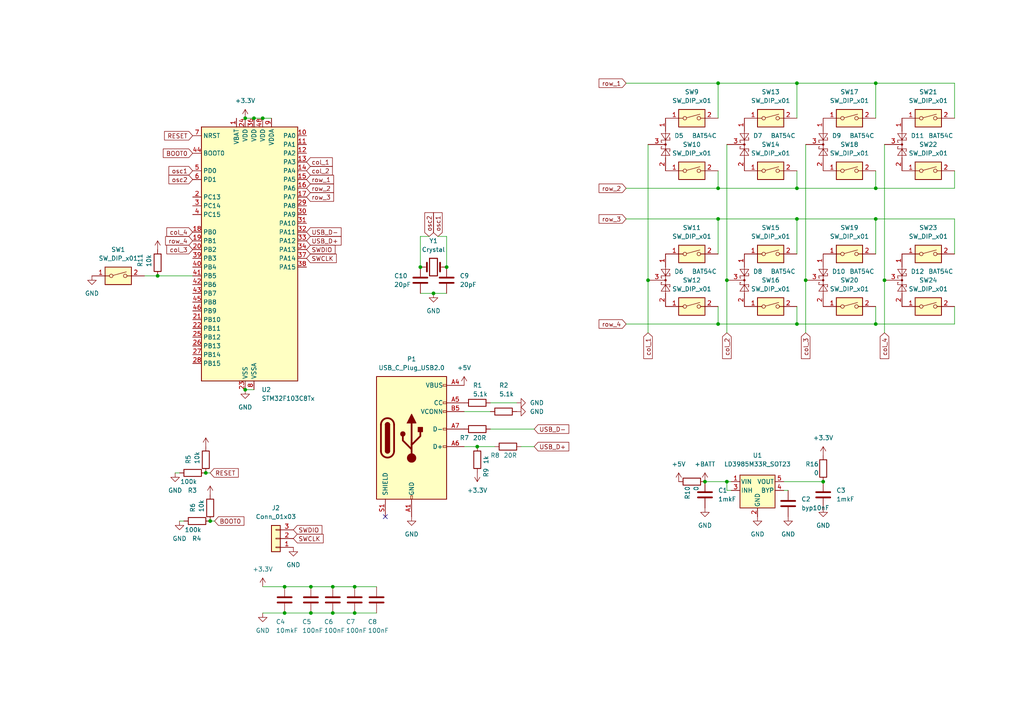
<source format=kicad_sch>
(kicad_sch (version 20230121) (generator eeschema)
  (paper "A4")
  (lib_symbols
    (symbol "Connector:USB_C_Plug_USB2.0" (pin_names (offset 1.016))
      (property "Reference" "P" (at -10.16 19.05 0))
      (property "Value" "USB_C_Plug_USB2.0" (at 12.7 19.05 0))
      (symbol "USB_C_Plug_USB2.0_0_0"
        (rectangle (start -0.254 -17.78) (end 0.254 -16.764))
        (rectangle (start 10.16 -2.286) (end 9.144 -2.794))
        (rectangle (start 10.16 2.794) (end 9.144 2.286))
        (rectangle (start 10.16 7.874) (end 9.144 7.366))
        (rectangle (start 10.16 10.414) (end 9.144 9.906))
        (rectangle (start 10.16 15.494) (end 9.144 14.986))
      )
      (symbol "USB_C_Plug_USB2.0_0_1"
        (rectangle (start -10.16 17.78) (end 10.16 -17.78) (stroke (width 0.254)) (fill (type background)))
        (arc (start -8.89 -3.81) (mid -6.985 -5.7067) (end -5.08 -3.81) (stroke (width 0.508)))
        (arc (start -7.62 -3.81) (mid -6.985 -4.4423) (end -6.35 -3.81) (stroke (width 0.254)))
        (arc (start -7.62 -3.81) (mid -6.985 -4.4423) (end -6.35 -3.81) (stroke (width 0.254)) (fill (type outline)))
        (rectangle (start -7.62 -3.81) (end -6.35 3.81) (stroke (width 0.254)) (fill (type outline)))
        (arc (start -6.35 3.81) (mid -6.985 4.4423) (end -7.62 3.81) (stroke (width 0.254)))
        (arc (start -6.35 3.81) (mid -6.985 4.4423) (end -7.62 3.81) (stroke (width 0.254)) (fill (type outline)))
        (arc (start -5.08 3.81) (mid -6.985 5.7067) (end -8.89 3.81) (stroke (width 0.508)))
        (circle (center -2.54 1.143) (radius 0.635) (stroke (width 0.254)) (fill (type outline)))
        (circle (center 0 -5.842) (radius 1.27) (fill (type outline)))
        (polyline (pts (xy -8.89 -3.81) (xy -8.89 3.81)) (stroke (width 0.508)))
        (polyline (pts (xy -5.08 3.81) (xy -5.08 -3.81)) (stroke (width 0.508)))
        (polyline (pts (xy 0 -5.842) (xy 0 4.318)) (stroke (width 0.508)))
        (polyline (pts (xy 0 -3.302) (xy -2.54 -0.762) (xy -2.54 0.508)) (stroke (width 0.508)))
        (polyline (pts (xy 0 -2.032) (xy 2.54 0.508) (xy 2.54 1.778)) (stroke (width 0.508)))
        (polyline (pts (xy -1.27 4.318) (xy 0 6.858) (xy 1.27 4.318) (xy -1.27 4.318)) (stroke (width 0.254)) (fill (type outline)))
        (rectangle (start 1.905 1.778) (end 3.175 3.048) (stroke (width 0.254)) (fill (type outline)))
      )
      (symbol "USB_C_Plug_USB2.0_1_1"
        (pin passive line (at 0 -22.86 90) (length 5.08) (name "GND") (number "A1"))
        (pin passive line (at 0 -22.86 90) (length 5.08) hide (name "GND") (number "A12"))
        (pin passive line (at 15.24 15.24 180) (length 5.08) (name "VBUS") (number "A4"))
        (pin bidirectional line (at 15.24 10.16 180) (length 5.08) (name "CC") (number "A5"))
        (pin bidirectional line (at 15.24 -2.54 180) (length 5.08) (name "D+") (number "A6"))
        (pin bidirectional line (at 15.24 2.54 180) (length 5.08) (name "D-") (number "A7"))
        (pin passive line (at 15.24 15.24 180) (length 5.08) hide (name "VBUS") (number "A9"))
        (pin passive line (at 0 -22.86 90) (length 5.08) hide (name "GND") (number "B1"))
        (pin passive line (at 0 -22.86 90) (length 5.08) hide (name "GND") (number "B12"))
        (pin passive line (at 15.24 15.24 180) (length 5.08) hide (name "VBUS") (number "B4"))
        (pin bidirectional line (at 15.24 7.62 180) (length 5.08) (name "VCONN") (number "B5"))
        (pin passive line (at 15.24 15.24 180) (length 5.08) hide (name "VBUS") (number "B9"))
        (pin passive line (at -7.62 -22.86 90) (length 5.08) (name "SHIELD") (number "S1"))
      )
    )
    (symbol "Connector_Generic:Conn_01x02" (pin_names (offset 1.016) hide)
      (property "Reference" "J" (at 0 2.54 0))
      (property "Value" "Conn_01x02" (at 0 -5.08 0))
      (symbol "Conn_01x02_1_1"
        (rectangle (start -1.27 -2.413) (end 0 -2.667) (stroke (width 0.1524)))
        (rectangle (start -1.27 0.127) (end 0 -0.127) (stroke (width 0.1524)))
        (rectangle (start -1.27 1.27) (end 1.27 -3.81) (stroke (width 0.254)) (fill (type background)))
        (pin passive line (at -5.08 0 0) (length 3.81) (name "Pin_1") (number "1"))
        (pin passive line (at -5.08 -2.54 0) (length 3.81) (name "Pin_2") (number "2"))
      )
    )
    (symbol "Connector_Generic:Conn_01x03" (pin_names (offset 1.016) hide)
      (property "Reference" "J" (at 0 5.08 0))
      (property "Value" "Conn_01x03" (at 0 -5.08 0))
      (symbol "Conn_01x03_1_1"
        (rectangle (start -1.27 -2.413) (end 0 -2.667) (stroke (width 0.1524)))
        (rectangle (start -1.27 0.127) (end 0 -0.127) (stroke (width 0.1524)))
        (rectangle (start -1.27 2.667) (end 0 2.413) (stroke (width 0.1524)))
        (rectangle (start -1.27 3.81) (end 1.27 -3.81) (stroke (width 0.254)) (fill (type background)))
        (pin passive line (at -5.08 2.54 0) (length 3.81) (name "Pin_1") (number "1"))
        (pin passive line (at -5.08 0 0) (length 3.81) (name "Pin_2") (number "2"))
        (pin passive line (at -5.08 -2.54 0) (length 3.81) (name "Pin_3") (number "3"))
      )
    )
    (symbol "Device:C" (pin_numbers hide) (pin_names (offset 0.254))
      (property "Reference" "C" (at 0.635 2.54 0))
      (property "Value" "C" (at 0.635 -2.54 0))
      (symbol "C_0_1"
        (polyline (pts (xy -2.032 -0.762) (xy 2.032 -0.762)) (stroke (width 0.508)))
        (polyline (pts (xy -2.032 0.762) (xy 2.032 0.762)) (stroke (width 0.508)))
      )
      (symbol "C_1_1"
        (pin passive line (at 0 3.81 270) (length 2.794) (name "~") (number "1"))
        (pin passive line (at 0 -3.81 90) (length 2.794) (name "~") (number "2"))
      )
    )
    (symbol "Device:Crystal" (pin_numbers hide) (pin_names (offset 1.016) hide)
      (property "Reference" "Y" (at 0 3.81 0))
      (property "Value" "Crystal" (at 0 -3.81 0))
      (symbol "Crystal_0_1"
        (rectangle (start -1.143 2.54) (end 1.143 -2.54) (stroke (width 0.3048)))
        (polyline (pts (xy -2.54 0) (xy -1.905 0)))
        (polyline (pts (xy -1.905 -1.27) (xy -1.905 1.27)) (stroke (width 0.508)))
        (polyline (pts (xy 1.905 -1.27) (xy 1.905 1.27)) (stroke (width 0.508)))
        (polyline (pts (xy 2.54 0) (xy 1.905 0)))
      )
      (symbol "Crystal_1_1"
        (pin passive line (at -3.81 0 0) (length 1.27) (name "1") (number "1"))
        (pin passive line (at 3.81 0 180) (length 1.27) (name "2") (number "2"))
      )
    )
    (symbol "Device:R" (pin_numbers hide) (pin_names (offset 0))
      (property "Reference" "R" (at 2.032 0 90))
      (property "Value" "R" (at 0 0 90))
      (symbol "R_0_1"
        (rectangle (start -1.016 -2.54) (end 1.016 2.54) (stroke (width 0.254)))
      )
      (symbol "R_1_1"
        (pin passive line (at 0 3.81 270) (length 1.27) (name "~") (number "1"))
        (pin passive line (at 0 -3.81 90) (length 1.27) (name "~") (number "2"))
      )
    )
    (symbol "Diode:BAT54C" (pin_names (offset 1.016))
      (property "Reference" "D" (at 0.635 -3.81 0))
      (property "Value" "BAT54C" (at -6.35 3.175 0))
      (symbol "BAT54C_0_1"
        (polyline (pts (xy -1.905 0) (xy 1.905 0)))
        (polyline (pts (xy -1.905 1.27) (xy -1.905 1.016)))
        (polyline (pts (xy -1.27 -1.27) (xy -0.635 -1.27)))
        (polyline (pts (xy -1.27 0) (xy -3.81 0)))
        (polyline (pts (xy -1.27 1.27) (xy -1.905 1.27)))
        (polyline (pts (xy -1.27 1.27) (xy -1.27 -1.27)))
        (polyline (pts (xy -0.635 -1.27) (xy -0.635 -1.016)))
        (polyline (pts (xy 0.635 -1.27) (xy 0.635 -1.016)))
        (polyline (pts (xy 1.27 -1.27) (xy 0.635 -1.27)))
        (polyline (pts (xy 1.27 1.27) (xy 1.27 -1.27)))
        (polyline (pts (xy 1.27 1.27) (xy 1.905 1.27)))
        (polyline (pts (xy 1.905 1.27) (xy 1.905 1.016)))
        (polyline (pts (xy 3.81 0) (xy 1.27 0)))
        (polyline (pts (xy -3.175 -1.27) (xy -3.175 1.27) (xy -1.27 0) (xy -3.175 -1.27)))
        (polyline (pts (xy 3.175 -1.27) (xy 3.175 1.27) (xy 1.27 0) (xy 3.175 -1.27)))
        (circle (center 0 0) (radius 0.254) (fill (type outline)))
      )
      (symbol "BAT54C_1_1"
        (pin passive line (at -7.62 0 0) (length 3.81) (name "~") (number "1"))
        (pin passive line (at 7.62 0 180) (length 3.81) (name "~") (number "2"))
        (pin passive line (at 0 -5.08 90) (length 5.08) (name "~") (number "3"))
      )
    )
    (symbol "MCU_ST_STM32F1:STM32F103C8Tx"
      (property "Reference" "U" (at -12.7 39.37 0))
      (property "Value" "STM32F103C8Tx" (at 10.16 39.37 0))
      (symbol "STM32F103C8Tx_0_1"
        (rectangle (start -12.7 -35.56) (end 15.24 38.1) (stroke (width 0.254)) (fill (type background)))
      )
      (symbol "STM32F103C8Tx_1_1"
        (pin power_in line (at -2.54 40.64 270) (length 2.54) (name "VBAT") (number "1"))
        (pin bidirectional line (at 17.78 35.56 180) (length 2.54) (name "PA0") (number "10"))
        (pin bidirectional line (at 17.78 33.02 180) (length 2.54) (name "PA1") (number "11"))
        (pin bidirectional line (at 17.78 30.48 180) (length 2.54) (name "PA2") (number "12"))
        (pin bidirectional line (at 17.78 27.94 180) (length 2.54) (name "PA3") (number "13"))
        (pin bidirectional line (at 17.78 25.4 180) (length 2.54) (name "PA4") (number "14"))
        (pin bidirectional line (at 17.78 22.86 180) (length 2.54) (name "PA5") (number "15"))
        (pin bidirectional line (at 17.78 20.32 180) (length 2.54) (name "PA6") (number "16"))
        (pin bidirectional line (at 17.78 17.78 180) (length 2.54) (name "PA7") (number "17"))
        (pin bidirectional line (at -15.24 7.62 0) (length 2.54) (name "PB0") (number "18"))
        (pin bidirectional line (at -15.24 5.08 0) (length 2.54) (name "PB1") (number "19"))
        (pin bidirectional line (at -15.24 17.78 0) (length 2.54) (name "PC13") (number "2"))
        (pin bidirectional line (at -15.24 2.54 0) (length 2.54) (name "PB2") (number "20"))
        (pin bidirectional line (at -15.24 -17.78 0) (length 2.54) (name "PB10") (number "21"))
        (pin bidirectional line (at -15.24 -20.32 0) (length 2.54) (name "PB11") (number "22"))
        (pin power_in line (at 0 -38.1 90) (length 2.54) (name "VSS") (number "23"))
        (pin power_in line (at 0 40.64 270) (length 2.54) (name "VDD") (number "24"))
        (pin bidirectional line (at -15.24 -22.86 0) (length 2.54) (name "PB12") (number "25"))
        (pin bidirectional line (at -15.24 -25.4 0) (length 2.54) (name "PB13") (number "26"))
        (pin bidirectional line (at -15.24 -27.94 0) (length 2.54) (name "PB14") (number "27"))
        (pin bidirectional line (at -15.24 -30.48 0) (length 2.54) (name "PB15") (number "28"))
        (pin bidirectional line (at 17.78 15.24 180) (length 2.54) (name "PA8") (number "29"))
        (pin bidirectional line (at -15.24 15.24 0) (length 2.54) (name "PC14") (number "3"))
        (pin bidirectional line (at 17.78 12.7 180) (length 2.54) (name "PA9") (number "30"))
        (pin bidirectional line (at 17.78 10.16 180) (length 2.54) (name "PA10") (number "31"))
        (pin bidirectional line (at 17.78 7.62 180) (length 2.54) (name "PA11") (number "32"))
        (pin bidirectional line (at 17.78 5.08 180) (length 2.54) (name "PA12") (number "33"))
        (pin bidirectional line (at 17.78 2.54 180) (length 2.54) (name "PA13") (number "34"))
        (pin passive line (at 0 -38.1 90) (length 2.54) hide (name "VSS") (number "35"))
        (pin power_in line (at 2.54 40.64 270) (length 2.54) (name "VDD") (number "36"))
        (pin bidirectional line (at 17.78 0 180) (length 2.54) (name "PA14") (number "37"))
        (pin bidirectional line (at 17.78 -2.54 180) (length 2.54) (name "PA15") (number "38"))
        (pin bidirectional line (at -15.24 0 0) (length 2.54) (name "PB3") (number "39"))
        (pin bidirectional line (at -15.24 12.7 0) (length 2.54) (name "PC15") (number "4"))
        (pin bidirectional line (at -15.24 -2.54 0) (length 2.54) (name "PB4") (number "40"))
        (pin bidirectional line (at -15.24 -5.08 0) (length 2.54) (name "PB5") (number "41"))
        (pin bidirectional line (at -15.24 -7.62 0) (length 2.54) (name "PB6") (number "42"))
        (pin bidirectional line (at -15.24 -10.16 0) (length 2.54) (name "PB7") (number "43"))
        (pin input line (at -15.24 30.48 0) (length 2.54) (name "BOOT0") (number "44"))
        (pin bidirectional line (at -15.24 -12.7 0) (length 2.54) (name "PB8") (number "45"))
        (pin bidirectional line (at -15.24 -15.24 0) (length 2.54) (name "PB9") (number "46"))
        (pin passive line (at 0 -38.1 90) (length 2.54) hide (name "VSS") (number "47"))
        (pin power_in line (at 5.08 40.64 270) (length 2.54) (name "VDD") (number "48"))
        (pin bidirectional line (at -15.24 25.4 0) (length 2.54) (name "PD0") (number "5"))
        (pin bidirectional line (at -15.24 22.86 0) (length 2.54) (name "PD1") (number "6"))
        (pin input line (at -15.24 35.56 0) (length 2.54) (name "NRST") (number "7"))
        (pin power_in line (at 2.54 -38.1 90) (length 2.54) (name "VSSA") (number "8"))
        (pin power_in line (at 7.62 40.64 270) (length 2.54) (name "VDDA") (number "9"))
      )
    )
    (symbol "Regulator_Linear:LD3985M33R_SOT23" (pin_names (offset 0.254))
      (property "Reference" "U" (at -3.81 5.715 0))
      (property "Value" "LD3985M33R_SOT23" (at 0 5.715 0))
      (symbol "LD3985M33R_SOT23_0_1"
        (rectangle (start -5.08 4.445) (end 5.08 -5.08) (stroke (width 0.254)) (fill (type background)))
      )
      (symbol "LD3985M33R_SOT23_1_1"
        (pin power_in line (at -7.62 2.54 0) (length 2.54) (name "VIN") (number "1"))
        (pin power_in line (at 0 -7.62 90) (length 2.54) (name "GND") (number "2"))
        (pin input line (at -7.62 0 0) (length 2.54) (name "INH") (number "3"))
        (pin input line (at 7.62 0 180) (length 2.54) (name "BYP") (number "4"))
        (pin power_out line (at 7.62 2.54 180) (length 2.54) (name "VOUT") (number "5"))
      )
    )
    (symbol "Switch:SW_DIP_x01" (pin_names (offset 0) hide)
      (property "Reference" "SW" (at 0 3.81 0))
      (property "Value" "SW_DIP_x01" (at 0 -3.81 0))
      (symbol "SW_DIP_x01_0_0"
        (circle (center -2.032 0) (radius 0.508))
        (polyline (pts (xy -1.524 0.127) (xy 2.3622 1.1684)))
        (circle (center 2.032 0) (radius 0.508))
      )
      (symbol "SW_DIP_x01_0_1"
        (rectangle (start -3.81 2.54) (end 3.81 -2.54) (stroke (width 0.254)) (fill (type background)))
      )
      (symbol "SW_DIP_x01_1_1"
        (pin passive line (at -7.62 0 0) (length 5.08) (name "~") (number "1"))
        (pin passive line (at 7.62 0 180) (length 5.08) (name "~") (number "2"))
      )
    )
    (symbol "libs:DW01"
      (property "Reference" "U" (at 1.27 10.16 0))
      (property "Value" "DW01" (at 11.43 10.16 0))
      (symbol "DW01_0_1"
        (rectangle (start 0 8.89) (end 13.97 0))
      )
      (symbol "DW01_1_1"
        (pin input line (at 8.89 -2.54 90) (length 2.54) (name "OD") (number "1"))
        (pin input line (at -2.54 3.81 0) (length 2.54) (name "CS") (number "2"))
        (pin input line (at 5.08 -2.54 90) (length 2.54) (name "OC") (number "3"))
        (pin input line (at -2.54 7.62 0) (length 2.54) (name "TD") (number "4"))
        (pin input line (at 16.51 7.62 180) (length 2.54) (name "VCC") (number "5"))
        (pin input line (at 16.51 3.81 180) (length 2.54) (name "GND") (number "6"))
      )
    )
    (symbol "libs:FS8205A"
      (property "Reference" "U" (at 7.62 0 90))
      (property "Value" "FS8205A" (at 3.81 -2.54 0))
      (symbol "FS8205A_0_1"
        (rectangle (start 1.27 21.59) (end 20.32 -1.27))
      )
      (symbol "FS8205A_1_1"
        (pin input line (at 8.89 24.13 270) (length 2.54) (name "Drain") (number "1"))
        (pin input line (at 22.86 6.35 180) (length 2.54) (name "Source_1") (number "2"))
        (pin input line (at 22.86 3.81 180) (length 2.54) (name "Source_1") (number "3"))
        (pin input line (at 22.86 13.97 180) (length 2.54) (name "Gate_1") (number "4"))
        (pin input line (at -1.27 13.97 0) (length 2.54) (name "Gate_2") (number "5"))
        (pin input line (at -1.27 6.35 0) (length 2.54) (name "Source_2") (number "6"))
        (pin input line (at -1.27 3.81 0) (length 2.54) (name "Source_2") (number "7"))
        (pin input line (at 12.7 24.13 270) (length 2.54) (name "Drain") (number "8"))
      )
    )
    (symbol "libs:TP4056"
      (property "Reference" "U" (at 1.27 13.97 0))
      (property "Value" "TP4056" (at 8.89 13.97 0))
      (symbol "TP4056_0_1"
        (rectangle (start 0 12.7) (end 12.7 0))
      )
      (symbol "TP4056_1_1"
        (pin input line (at 15.24 5.08 180) (length 2.54) (name "TEMP") (number "1"))
        (pin input line (at 15.24 1.27 180) (length 2.54) (name "PROG") (number "2"))
        (pin input line (at 6.35 -2.54 90) (length 2.54) (name "GND") (number "3"))
        (pin input line (at -2.54 11.43 0) (length 2.54) (name "VCC") (number "4"))
        (pin input line (at 15.24 11.43 180) (length 2.54) (name "BAT") (number "5"))
        (pin input line (at -2.54 1.27 0) (length 2.54) (name "~{STDBY}") (number "6"))
        (pin input line (at -2.54 3.81 0) (length 2.54) (name "~{CHRG}") (number "7"))
        (pin input line (at -2.54 8.89 0) (length 2.54) (name "CE") (number "8"))
        (pin input line (at -2.54 6.35 0) (length 2.54) (name "PP") (number "9"))
      )
    )
    (symbol "power:+3.3V" (power) (pin_names (offset 0))
      (property "Value" "+3.3V" (at 0 3.556 0))
      (symbol "+3.3V_0_1"
        (polyline (pts (xy -0.762 1.27) (xy 0 2.54)))
        (polyline (pts (xy 0 0) (xy 0 2.54)))
        (polyline (pts (xy 0 2.54) (xy 0.762 1.27)))
      )
      (symbol "+3.3V_1_1"
        (pin power_in line (at 0 0 90) (length 0) hide (name "+3.3V") (number "1"))
      )
    )
    (symbol "power:+5V" (power) (pin_names (offset 0))
      (property "Value" "+5V" (at 0 3.556 0))
      (symbol "+5V_0_1"
        (polyline (pts (xy -0.762 1.27) (xy 0 2.54)))
        (polyline (pts (xy 0 0) (xy 0 2.54)))
        (polyline (pts (xy 0 2.54) (xy 0.762 1.27)))
      )
      (symbol "+5V_1_1"
        (pin power_in line (at 0 0 90) (length 0) hide (name "+5V") (number "1"))
      )
    )
    (symbol "power:+BATT" (power) (pin_names (offset 0))
      (property "Value" "+BATT" (at 0 3.556 0))
      (symbol "+BATT_0_1"
        (polyline (pts (xy -0.762 1.27) (xy 0 2.54)))
        (polyline (pts (xy 0 0) (xy 0 2.54)))
        (polyline (pts (xy 0 2.54) (xy 0.762 1.27)))
      )
      (symbol "+BATT_1_1"
        (pin power_in line (at 0 0 90) (length 0) hide (name "+BATT") (number "1"))
      )
    )
    (symbol "power:-BATT" (power) (pin_names (offset 0))
      (property "Value" "-BATT" (at 0 3.556 0))
      (symbol "-BATT_0_1"
        (polyline (pts (xy 0 0) (xy 0 2.54)))
        (polyline (pts (xy 0.762 1.27) (xy -0.762 1.27) (xy 0 2.54) (xy 0.762 1.27)) (fill (type outline)))
      )
      (symbol "-BATT_1_1"
        (pin power_in line (at 0 0 90) (length 0) hide (name "-BATT") (number "1"))
      )
    )
    (symbol "power:GND" (power) (pin_names (offset 0))
      (property "Value" "GND" (at 0 -3.81 0))
      (symbol "GND_0_1"
        (polyline (pts (xy 0 0) (xy 0 -1.27) (xy 1.27 -1.27) (xy 0 -2.54) (xy -1.27 -1.27) (xy 0 -1.27)))
      )
      (symbol "GND_1_1"
        (pin power_in line (at 0 0 270) (length 0) hide (name "GND") (number "1"))
      )
    )
  )
  (junction (at 350.52 165.1))
  (junction (at 96.52 177.8))
  (junction (at 335.28 165.1))
  (junction (at 210.82 81.28))
  (junction (at 254 24.13))
  (junction (at 90.17 177.8))
  (junction (at 82.55 170.18))
  (junction (at 231.14 54.61))
  (junction (at 71.12 34.29))
  (junction (at 60.96 151.13))
  (junction (at 238.76 139.7))
  (junction (at 398.78 151.13))
  (junction (at 254 63.5))
  (junction (at 71.12 113.03))
  (junction (at 73.66 34.29))
  (junction (at 208.28 63.5))
  (junction (at 121.92 77.47))
  (junction (at 45.72 80.01))
  (junction (at 102.87 170.18))
  (junction (at 323.85 130.81))
  (junction (at 210.82 139.7))
  (junction (at 231.14 93.98))
  (junction (at 254 93.98))
  (junction (at 129.54 77.47))
  (junction (at 379.73 151.13))
  (junction (at 233.68 81.28))
  (junction (at 82.55 177.8))
  (junction (at 256.54 81.28))
  (junction (at 208.28 93.98))
  (junction (at 231.14 24.13))
  (junction (at 76.2 34.29))
  (junction (at 59.69 137.16))
  (junction (at 353.06 151.13))
  (junction (at 102.87 177.8))
  (junction (at 125.73 85.09))
  (junction (at 382.27 127))
  (junction (at 138.43 129.54))
  (junction (at 208.28 54.61))
  (junction (at 254 54.61))
  (junction (at 313.69 130.81))
  (junction (at 347.98 165.1))
  (junction (at 231.14 63.5))
  (junction (at 398.78 119.38))
  (junction (at 313.69 138.43))
  (junction (at 90.17 170.18))
  (junction (at 355.6 151.13))
  (junction (at 96.52 170.18))
  (junction (at 382.27 119.38))
  (junction (at 204.47 139.7))
  (junction (at 382.27 151.13))
  (junction (at 208.28 24.13))
  (junction (at 187.96 81.28))
  (junction (at 394.97 119.38))
  (no_connect (at 369.57 133.35))
  (no_connect (at 358.14 119.38))
  (no_connect (at 111.76 149.86))
  (no_connect (at 365.76 133.35))
  (wire (pts (xy 143.51 129.54) (xy 138.43 129.54)))
  (wire (pts (xy 102.87 170.18) (xy 109.22 170.18)))
  (wire (pts (xy 379.73 151.13) (xy 379.73 153.67)))
  (wire (pts (xy 276.86 49.53) (xy 276.86 54.61)))
  (wire (pts (xy 231.14 88.9) (xy 231.14 93.98)))
  (wire (pts (xy 76.2 170.18) (xy 82.55 170.18)))
  (wire (pts (xy 181.61 63.5) (xy 208.28 63.5)))
  (wire (pts (xy 71.12 113.03) (xy 73.66 113.03)))
  (wire (pts (xy 353.06 165.1) (xy 353.06 151.13)))
  (wire (pts (xy 326.39 135.89) (xy 323.85 135.89)))
  (wire (pts (xy 382.27 119.38) (xy 384.81 119.38)))
  (wire (pts (xy 231.14 93.98) (xy 254 93.98)))
  (wire (pts (xy 210.82 41.91) (xy 210.82 81.28)))
  (wire (pts (xy 231.14 63.5) (xy 231.14 73.66)))
  (wire (pts (xy 90.17 177.8) (xy 96.52 177.8)))
  (wire (pts (xy 326.39 130.81) (xy 323.85 130.81)))
  (wire (pts (xy 254 63.5) (xy 276.86 63.5)))
  (wire (pts (xy 335.28 165.1) (xy 313.69 165.1)))
  (wire (pts (xy 52.07 151.13) (xy 53.34 151.13)))
  (wire (pts (xy 353.06 127) (xy 353.06 123.19)))
  (wire (pts (xy 347.98 143.51) (xy 347.98 148.59)))
  (wire (pts (xy 125.73 85.09) (xy 129.54 85.09)))
  (wire (pts (xy 181.61 93.98) (xy 208.28 93.98)))
  (wire (pts (xy 254 93.98) (xy 276.86 93.98)))
  (wire (pts (xy 181.61 24.13) (xy 208.28 24.13)))
  (wire (pts (xy 392.43 119.38) (xy 394.97 119.38)))
  (wire (pts (xy 208.28 93.98) (xy 231.14 93.98)))
  (wire (pts (xy 254 24.13) (xy 276.86 24.13)))
  (wire (pts (xy 308.61 130.81) (xy 313.69 130.81)))
  (wire (pts (xy 227.33 142.24) (xy 228.6 142.24)))
  (wire (pts (xy 142.24 116.84) (xy 149.86 116.84)))
  (wire (pts (xy 344.17 139.7) (xy 350.52 139.7)))
  (wire (pts (xy 210.82 142.24) (xy 210.82 139.7)))
  (wire (pts (xy 353.06 151.13) (xy 353.06 134.62)))
  (wire (pts (xy 394.97 111.76) (xy 394.97 119.38)))
  (wire (pts (xy 208.28 24.13) (xy 208.28 34.29)))
  (wire (pts (xy 142.24 124.46) (xy 154.94 124.46)))
  (wire (pts (xy 208.28 63.5) (xy 231.14 63.5)))
  (wire (pts (xy 73.66 34.29) (xy 76.2 34.29)))
  (wire (pts (xy 350.52 165.1) (xy 353.06 165.1)))
  (wire (pts (xy 121.92 85.09) (xy 125.73 85.09)))
  (wire (pts (xy 347.98 165.1) (xy 335.28 165.1)))
  (wire (pts (xy 59.69 137.16) (xy 60.96 137.16)))
  (wire (pts (xy 212.09 142.24) (xy 210.82 142.24)))
  (wire (pts (xy 82.55 177.8) (xy 90.17 177.8)))
  (wire (pts (xy 208.28 54.61) (xy 231.14 54.61)))
  (wire (pts (xy 210.82 81.28) (xy 210.82 96.52)))
  (wire (pts (xy 129.54 77.47) (xy 129.54 68.58)))
  (wire (pts (xy 210.82 139.7) (xy 212.09 139.7)))
  (wire (pts (xy 231.14 54.61) (xy 254 54.61)))
  (wire (pts (xy 345.44 111.76) (xy 394.97 111.76)))
  (wire (pts (xy 313.69 138.43) (xy 313.69 165.1)))
  (wire (pts (xy 256.54 81.28) (xy 256.54 96.52)))
  (wire (pts (xy 233.68 41.91) (xy 233.68 81.28)))
  (wire (pts (xy 76.2 177.8) (xy 82.55 177.8)))
  (wire (pts (xy 134.62 119.38) (xy 142.24 119.38)))
  (wire (pts (xy 151.13 129.54) (xy 154.94 129.54)))
  (wire (pts (xy 326.39 133.35) (xy 326.39 130.81)))
  (wire (pts (xy 187.96 81.28) (xy 187.96 96.52)))
  (wire (pts (xy 233.68 81.28) (xy 233.68 96.52)))
  (wire (pts (xy 138.43 129.54) (xy 134.62 129.54)))
  (wire (pts (xy 377.19 123.19) (xy 377.19 127)))
  (wire (pts (xy 345.44 133.35) (xy 344.17 133.35)))
  (wire (pts (xy 379.73 151.13) (xy 382.27 151.13)))
  (wire (pts (xy 365.76 129.54) (xy 355.6 129.54)))
  (wire (pts (xy 50.8 137.16) (xy 52.07 137.16)))
  (wire (pts (xy 254 63.5) (xy 254 73.66)))
  (wire (pts (xy 276.86 63.5) (xy 276.86 73.66)))
  (wire (pts (xy 231.14 49.53) (xy 231.14 54.61)))
  (wire (pts (xy 335.28 166.37) (xy 335.28 165.1)))
  (wire (pts (xy 398.78 119.38) (xy 398.78 133.35)))
  (wire (pts (xy 379.73 129.54) (xy 379.73 143.51)))
  (wire (pts (xy 377.19 127) (xy 382.27 127)))
  (wire (pts (xy 71.12 34.29) (xy 73.66 34.29)))
  (wire (pts (xy 187.96 41.91) (xy 187.96 81.28)))
  (wire (pts (xy 208.28 88.9) (xy 208.28 93.98)))
  (wire (pts (xy 369.57 129.54) (xy 379.73 129.54)))
  (wire (pts (xy 382.27 151.13) (xy 398.78 151.13)))
  (wire (pts (xy 377.19 119.38) (xy 382.27 119.38)))
  (wire (pts (xy 231.14 63.5) (xy 254 63.5)))
  (wire (pts (xy 208.28 24.13) (xy 231.14 24.13)))
  (wire (pts (xy 344.17 143.51) (xy 347.98 143.51)))
  (wire (pts (xy 121.92 77.47) (xy 121.92 68.58)))
  (wire (pts (xy 96.52 177.8) (xy 102.87 177.8)))
  (wire (pts (xy 335.28 147.32) (xy 335.28 165.1)))
  (wire (pts (xy 355.6 151.13) (xy 353.06 151.13)))
  (wire (pts (xy 313.69 130.81) (xy 323.85 130.81)))
  (wire (pts (xy 208.28 63.5) (xy 208.28 73.66)))
  (wire (pts (xy 394.97 119.38) (xy 398.78 119.38)))
  (wire (pts (xy 41.91 80.01) (xy 45.72 80.01)))
  (wire (pts (xy 76.2 34.29) (xy 78.74 34.29)))
  (wire (pts (xy 350.52 165.1) (xy 347.98 165.1)))
  (wire (pts (xy 102.87 177.8) (xy 109.22 177.8)))
  (wire (pts (xy 181.61 54.61) (xy 208.28 54.61)))
  (wire (pts (xy 227.33 139.7) (xy 238.76 139.7)))
  (wire (pts (xy 276.86 24.13) (xy 276.86 34.29)))
  (wire (pts (xy 121.92 68.58) (xy 124.46 68.58)))
  (wire (pts (xy 254 88.9) (xy 254 93.98)))
  (wire (pts (xy 355.6 151.13) (xy 355.6 153.67)))
  (wire (pts (xy 256.54 41.91) (xy 256.54 81.28)))
  (wire (pts (xy 347.98 156.21) (xy 347.98 165.1)))
  (wire (pts (xy 398.78 135.89) (xy 398.78 151.13)))
  (wire (pts (xy 129.54 68.58) (xy 127 68.58)))
  (wire (pts (xy 62.23 151.13) (xy 60.96 151.13)))
  (wire (pts (xy 276.86 88.9) (xy 276.86 93.98)))
  (wire (pts (xy 254 54.61) (xy 276.86 54.61)))
  (wire (pts (xy 382.27 151.13) (xy 382.27 127)))
  (wire (pts (xy 323.85 135.89) (xy 323.85 130.81)))
  (wire (pts (xy 231.14 24.13) (xy 254 24.13)))
  (wire (pts (xy 355.6 129.54) (xy 355.6 143.51)))
  (wire (pts (xy 45.72 80.01) (xy 55.88 80.01)))
  (wire (pts (xy 204.47 139.7) (xy 210.82 139.7)))
  (wire (pts (xy 254 24.13) (xy 254 34.29)))
  (wire (pts (xy 82.55 170.18) (xy 90.17 170.18)))
  (wire (pts (xy 350.52 139.7) (xy 350.52 165.1)))
  (wire (pts (xy 313.69 138.43) (xy 326.39 138.43)))
  (wire (pts (xy 353.06 123.19) (xy 358.14 123.19)))
  (wire (pts (xy 208.28 49.53) (xy 208.28 54.61)))
  (wire (pts (xy 254 49.53) (xy 254 54.61)))
  (wire (pts (xy 231.14 24.13) (xy 231.14 34.29)))
  (wire (pts (xy 96.52 170.18) (xy 102.87 170.18)))
  (wire (pts (xy 90.17 170.18) (xy 96.52 170.18)))
  (wire (pts (xy 345.44 133.35) (xy 345.44 111.76)))
  (global_label "RESET" (shape input) (at 55.88 39.37 180) (property "Intersheetrefs" "${INTERSHEET_REFS}" (effects hide)) (property "Обозначения листов" "${INTERSHEET_REFS}" (effects hide)))
  (global_label "osc1" (shape input) (at 55.88 49.53 180) (property "Intersheetrefs" "${INTERSHEET_REFS}" (effects hide)))
  (global_label "BOOT0" (shape input) (at 55.88 44.45 180) (property "Intersheetrefs" "${INTERSHEET_REFS}" (effects hide)) (property "Обозначения листов" "${INTERSHEET_REFS}" (effects hide)))
  (global_label "row_2" (shape input) (at 181.61 54.61 180) (property "Intersheetrefs" "${INTERSHEET_REFS}" (effects hide)) (property "Обозначения листов" "${INTERSHEET_REFS}" (effects hide)))
  (global_label "col_1" (shape input) (at 187.96 96.52 270) (property "Intersheetrefs" "${INTERSHEET_REFS}" (effects hide)) (property "Обозначения листов" "${INTERSHEET_REFS}" (effects hide)))
  (global_label "col_4" (shape input) (at 55.88 67.31 180) (property "Intersheetrefs" "${INTERSHEET_REFS}" (effects hide)) (property "Обозначения листов" "${INTERSHEET_REFS}" (effects hide)))
  (global_label "row_3" (shape input) (at 181.61 63.5 180) (property "Intersheetrefs" "${INTERSHEET_REFS}" (effects hide)) (property "Обозначения листов" "${INTERSHEET_REFS}" (effects hide)))
  (global_label "USB_D-" (shape input) (at 88.9 67.31 0) (property "Intersheetrefs" "${INTERSHEET_REFS}" (effects hide)))
  (global_label "row_1" (shape input) (at 181.61 24.13 180) (property "Intersheetrefs" "${INTERSHEET_REFS}" (effects hide)) (property "Обозначения листов" "${INTERSHEET_REFS}" (effects hide)))
  (global_label "SWCLK" (shape input) (at 88.9 74.93 0) (property "Intersheetrefs" "${INTERSHEET_REFS}" (effects hide)))
  (global_label "col_4" (shape input) (at 256.54 96.52 270) (property "Intersheetrefs" "${INTERSHEET_REFS}" (effects hide)) (property "Обозначения листов" "${INTERSHEET_REFS}" (effects hide)))
  (global_label "col_3" (shape input) (at 55.88 72.39 180) (property "Intersheetrefs" "${INTERSHEET_REFS}" (effects hide)) (property "Обозначения листов" "${INTERSHEET_REFS}" (effects hide)))
  (global_label "col_3" (shape input) (at 233.68 96.52 270) (property "Intersheetrefs" "${INTERSHEET_REFS}" (effects hide)) (property "Обозначения листов" "${INTERSHEET_REFS}" (effects hide)))
  (global_label "RESET" (shape input) (at 60.96 137.16 0) (property "Intersheetrefs" "${INTERSHEET_REFS}" (effects hide)) (property "Обозначения листов" "${INTERSHEET_REFS}" (effects hide)))
  (global_label "col_2" (shape input) (at 88.9 49.53 0) (property "Intersheetrefs" "${INTERSHEET_REFS}" (effects hide)) (property "Обозначения листов" "${INTERSHEET_REFS}" (effects hide)))
  (global_label "row_4" (shape input) (at 55.88 69.85 180) (property "Intersheetrefs" "${INTERSHEET_REFS}" (effects hide)) (property "Обозначения листов" "${INTERSHEET_REFS}" (effects hide)))
  (global_label "SWDIO" (shape input) (at 85.09 153.67 0) (property "Intersheetrefs" "${INTERSHEET_REFS}" (effects hide)))
  (global_label "row_2" (shape input) (at 88.9 54.61 0) (property "Intersheetrefs" "${INTERSHEET_REFS}" (effects hide)) (property "Обозначения листов" "${INTERSHEET_REFS}" (effects hide)))
  (global_label "USB_D-" (shape input) (at 154.94 124.46 0) (property "Intersheetrefs" "${INTERSHEET_REFS}" (effects hide)))
  (global_label "row_4" (shape input) (at 181.61 93.98 180) (property "Intersheetrefs" "${INTERSHEET_REFS}" (effects hide)) (property "Обозначения листов" "${INTERSHEET_REFS}" (effects hide)))
  (global_label "osc2" (shape input) (at 55.88 52.07 180) (property "Intersheetrefs" "${INTERSHEET_REFS}" (effects hide)))
  (global_label "SWDIO" (shape input) (at 88.9 72.39 0) (property "Intersheetrefs" "${INTERSHEET_REFS}" (effects hide)))
  (global_label "col_1" (shape input) (at 88.9 46.99 0) (property "Intersheetrefs" "${INTERSHEET_REFS}" (effects hide)) (property "Обозначения листов" "${INTERSHEET_REFS}" (effects hide)))
  (global_label "USB_D+" (shape input) (at 88.9 69.85 0) (property "Intersheetrefs" "${INTERSHEET_REFS}" (effects hide)))
  (global_label "row_1" (shape input) (at 88.9 52.07 0) (property "Intersheetrefs" "${INTERSHEET_REFS}" (effects hide)) (property "Обозначения листов" "${INTERSHEET_REFS}" (effects hide)))
  (global_label "SWCLK" (shape input) (at 85.09 156.21 0) (property "Intersheetrefs" "${INTERSHEET_REFS}" (effects hide)))
  (global_label "osc2" (shape input) (at 124.46 68.58 90) (property "Intersheetrefs" "${INTERSHEET_REFS}" (effects hide)))
  (global_label "osc1" (shape input) (at 127 68.58 90) (property "Intersheetrefs" "${INTERSHEET_REFS}" (effects hide)))
  (global_label "col_2" (shape input) (at 210.82 96.52 270) (property "Intersheetrefs" "${INTERSHEET_REFS}" (effects hide)) (property "Обозначения листов" "${INTERSHEET_REFS}" (effects hide)))
  (global_label "USB_D+" (shape input) (at 154.94 129.54 0) (property "Intersheetrefs" "${INTERSHEET_REFS}" (effects hide)))
  (global_label "row_3" (shape input) (at 88.9 57.15 0) (property "Intersheetrefs" "${INTERSHEET_REFS}" (effects hide)) (property "Обозначения листов" "${INTERSHEET_REFS}" (effects hide)))
  (global_label "BOOT0" (shape input) (at 62.23 151.13 0) (property "Intersheetrefs" "${INTERSHEET_REFS}" (effects hide)) (property "Обозначения листов" "${INTERSHEET_REFS}" (effects hide)))
  (symbol (lib_id "Device:C") (at 238.76 143.51 0) (unit 1)
    (property "Reference" "C3" (at 242.57 142.2399 0) (effects (justify left)))
    (property "Value" "1mkF" (at 242.57 144.7799 0) (effects (justify left)))
    (property "Footprint" "Capacitor_SMD:C_0603_1608Metric_Pad1.08x0.95mm_HandSolder" (effects hide))
  )
  (symbol (lib_id "libs:TP4056") (at 328.93 144.78 0) (unit 1)
    (property "Reference" "U4" (at 335.28 127 0))
    (property "Value" "TP4056" (at 335.28 129.54 0) (effects (font (size 1.1 1.1))))
    (property "Footprint" "Package_SO:SOIC-8-1EP_3.9x4.9mm_P1.27mm_EP2.29x3mm" (effects hide))
  )
  (symbol (lib_id "Diode:BAT54C") (at 261.62 41.91 270) (unit 1)
    (property "Reference" "D11" (at 264.16 39.37 90) (effects (justify left)))
    (property "Value" "BAT54C" (at 269.24 39.37 90) (effects (justify left)))
    (property "Footprint" "Package_TO_SOT_SMD:SOT-23" (effects hide))
    (property "Datasheet" "http://www.diodes.com/_files/datasheets/ds11005.pdf" (effects hide))
  )
  (symbol (lib_id "Diode:BAT54C") (at 238.76 81.28 270) (unit 1)
    (property "Reference" "D10" (at 241.3 78.74 90) (effects (justify left)))
    (property "Value" "BAT54C" (at 246.38 78.74 90) (effects (justify left)))
    (property "Footprint" "Package_TO_SOT_SMD:SOT-23" (effects hide))
    (property "Datasheet" "http://www.diodes.com/_files/datasheets/ds11005.pdf" (effects hide))
  )
  (symbol (lib_id "Diode:BAT54C") (at 261.62 81.28 270) (unit 1)
    (property "Reference" "D12" (at 264.16 78.74 90) (effects (justify left)))
    (property "Value" "BAT54C" (at 269.24 78.74 90) (effects (justify left)))
    (property "Footprint" "Package_TO_SOT_SMD:SOT-23" (effects hide))
    (property "Datasheet" "http://www.diodes.com/_files/datasheets/ds11005.pdf" (effects hide))
  )
  (symbol (lib_id "Device:C") (at 102.87 173.99 0) (unit 1)
    (property "Reference" "C7" (at 100.33 180.3399 0) (effects (justify left)))
    (property "Value" "100nF" (at 100.33 182.88 0) (effects (justify left)))
    (property "Footprint" "Capacitor_SMD:C_0603_1608Metric_Pad1.08x0.95mm_HandSolder" (effects hide))
  )
  (symbol (lib_id "power:+3.3V") (at 76.2 170.18 0) (unit 1)
    (property "Reference" "#PWR09" (effects hide))
    (property "Value" "+3.3V" (at 76.2 165.1 0))
  )
  (symbol (lib_id "Switch:SW_DIP_x01") (at 223.52 34.29 0) (unit 1)
    (property "Reference" "SW13" (at 223.52 26.67 0))
    (property "Value" "SW_DIP_x01" (at 223.52 29.21 0))
    (property "Footprint" "libs:SW_Hotswap_Kailh_MX_1.00u" (effects hide))
  )
  (symbol (lib_id "Connector_Generic:Conn_01x03") (at 80.01 156.21 180) (unit 1)
    (property "Reference" "J2" (at 80.01 147.32 0))
    (property "Value" "Conn_01x03" (at 80.01 149.86 0))
    (property "Footprint" "Connector_PinHeader_2.54mm:PinHeader_1x03_P2.54mm_Vertical" (effects hide))
  )
  (symbol (lib_id "Device:C") (at 82.55 173.99 0) (unit 1)
    (property "Reference" "C4" (at 80.01 180.34 0) (effects (justify left)))
    (property "Value" "10mkF" (at 80.01 182.88 0) (effects (justify left)))
    (property "Footprint" "Capacitor_SMD:C_0603_1608Metric_Pad1.08x0.95mm_HandSolder" (effects hide))
  )
  (symbol (lib_id "Device:R") (at 147.32 129.54 270) (unit 1)
    (property "Reference" "R8" (at 142.24 132.08 90) (effects (justify left)))
    (property "Value" "20R" (at 146.05 132.08 90) (effects (justify left)))
    (property "Footprint" "Resistor_SMD:R_0603_1608Metric_Pad0.98x0.95mm_HandSolder" (effects hide))
  )
  (symbol (lib_id "power:+3.3V") (at 60.96 143.51 0) (unit 1)
    (property "Reference" "#PWR018" (effects hide))
    (property "Value" "+3.3V" (effects hide))
  )
  (symbol (lib_id "power:GND") (at 149.86 119.38 90) (unit 1)
    (property "Reference" "#PWR013" (effects hide))
    (property "Value" "GND" (at 153.67 119.38 90) (effects (justify right)))
  )
  (symbol (lib_id "libs:DW01") (at 360.68 127 0) (unit 1)
    (property "Reference" "U6" (at 367.665 113.03 0))
    (property "Value" "DW01" (at 367.665 115.57 0))
    (property "Footprint" "Package_TO_SOT_SMD:SOT-23-6_Handsoldering" (effects hide))
  )
  (symbol (lib_id "Device:R") (at 55.88 137.16 90) (unit 1)
    (property "Reference" "R3" (at 57.15 142.24 90) (effects (justify left)))
    (property "Value" "100k" (at 57.15 139.7 90) (effects (justify left)))
    (property "Footprint" "Resistor_SMD:R_0603_1608Metric_Pad0.98x0.95mm_HandSolder" (effects hide))
  )
  (symbol (lib_id "Device:C") (at 228.6 146.05 0) (unit 1)
    (property "Reference" "C2" (at 232.41 144.7799 0) (effects (justify left)))
    (property "Value" "byp10nF" (at 232.41 147.3199 0) (effects (justify left)))
    (property "Footprint" "Capacitor_SMD:C_0603_1608Metric_Pad1.08x0.95mm_HandSolder" (effects hide))
  )
  (symbol (lib_id "Diode:BAT54C") (at 215.9 41.91 270) (unit 1)
    (property "Reference" "D7" (at 218.44 39.37 90) (effects (justify left)))
    (property "Value" "BAT54C" (at 223.52 39.37 90) (effects (justify left)))
    (property "Footprint" "Package_TO_SOT_SMD:SOT-23" (effects hide))
    (property "Datasheet" "http://www.diodes.com/_files/datasheets/ds11005.pdf" (effects hide))
  )
  (symbol (lib_id "power:GND") (at 119.38 149.86 0) (unit 1)
    (property "Reference" "#PWR02" (effects hide))
    (property "Value" "GND" (at 119.38 154.94 0))
  )
  (symbol (lib_id "Switch:SW_DIP_x01") (at 269.24 49.53 0) (unit 1)
    (property "Reference" "SW22" (at 269.24 41.91 0))
    (property "Value" "SW_DIP_x01" (at 269.24 44.45 0))
    (property "Footprint" "libs:SW_Hotswap_Kailh_MX_1.00u" (effects hide))
  )
  (symbol (lib_id "Switch:SW_DIP_x01") (at 223.52 88.9 0) (unit 1)
    (property "Reference" "SW16" (at 223.52 81.28 0))
    (property "Value" "SW_DIP_x01" (at 223.52 83.82 0))
    (property "Footprint" "libs:SW_Hotswap_Kailh_MX_1.00u" (effects hide))
  )
  (symbol (lib_id "power:GND") (at 219.71 149.86 0) (unit 1)
    (property "Reference" "#PWR05" (effects hide))
    (property "Value" "GND" (at 219.71 154.94 0))
  )
  (symbol (lib_id "Switch:SW_DIP_x01") (at 200.66 34.29 0) (unit 1)
    (property "Reference" "SW9" (at 200.66 26.67 0))
    (property "Value" "SW_DIP_x01" (at 200.66 29.21 0))
    (property "Footprint" "libs:SW_Hotswap_Kailh_MX_1.00u" (effects hide))
  )
  (symbol (lib_id "Switch:SW_DIP_x01") (at 269.24 88.9 0) (unit 1)
    (property "Reference" "SW24" (at 269.24 81.28 0))
    (property "Value" "SW_DIP_x01" (at 269.24 83.82 0))
    (property "Footprint" "libs:SW_Hotswap_Kailh_MX_1.00u" (effects hide))
  )
  (symbol (lib_id "Connector:USB_C_Plug_USB2.0") (at 119.38 127 0) (unit 1)
    (property "Reference" "P1" (at 119.38 104.14 0))
    (property "Value" "USB_C_Plug_USB2.0" (at 119.38 106.68 0))
    (property "Footprint" "Connector_USB:USB_C_Receptacle_HRO_TYPE-C-31-M-12" (effects hide))
    (property "Datasheet" "https://www.usb.org/sites/default/files/documents/usb_type-c.zip" (effects hide))
  )
  (symbol (lib_id "Device:R") (at 138.43 133.35 0) (unit 1)
    (property "Reference" "R9" (at 140.97 138.43 90) (effects (justify left)))
    (property "Value" "1k" (at 140.97 134.62 90) (effects (justify left)))
    (property "Footprint" "Resistor_SMD:R_0603_1608Metric_Pad0.98x0.95mm_HandSolder" (effects hide))
  )
  (symbol (lib_id "Device:R") (at 60.96 147.32 0) (unit 1)
    (property "Reference" "R6" (at 55.88 148.59 90) (effects (justify left)))
    (property "Value" "10k" (at 58.42 148.59 90) (effects (justify left)))
    (property "Footprint" "Resistor_SMD:R_0603_1608Metric_Pad0.98x0.95mm_HandSolder" (effects hide))
  )
  (symbol (lib_id "power:+BATT") (at 398.78 119.38 0) (unit 1)
    (property "Reference" "#PWR030" (effects hide))
    (property "Value" "+BATT" (at 398.78 114.3 0))
  )
  (symbol (lib_id "Switch:SW_DIP_x01") (at 246.38 73.66 0) (unit 1)
    (property "Reference" "SW19" (at 246.38 66.04 0))
    (property "Value" "SW_DIP_x01" (at 246.38 68.58 0))
    (property "Footprint" "libs:SW_Hotswap_Kailh_MX_1.00u" (effects hide))
  )
  (symbol (lib_id "Diode:BAT54C") (at 215.9 81.28 270) (unit 1)
    (property "Reference" "D8" (at 218.44 78.74 90) (effects (justify left)))
    (property "Value" "BAT54C" (at 223.52 78.74 90) (effects (justify left)))
    (property "Footprint" "Package_TO_SOT_SMD:SOT-23" (effects hide))
    (property "Datasheet" "http://www.diodes.com/_files/datasheets/ds11005.pdf" (effects hide))
  )
  (symbol (lib_id "Device:C") (at 129.54 81.28 0) (unit 1)
    (property "Reference" "C9" (at 133.35 80.0099 0) (effects (justify left)))
    (property "Value" "20pF" (at 133.35 82.5499 0) (effects (justify left)))
    (property "Footprint" "Capacitor_SMD:C_0603_1608Metric_Pad1.08x0.95mm_HandSolder" (effects hide))
  )
  (symbol (lib_id "power:+5V") (at 134.62 111.76 0) (unit 1)
    (property "Reference" "#PWR019" (effects hide))
    (property "Value" "+5V" (at 134.62 106.68 0))
  )
  (symbol (lib_id "power:GND") (at 26.67 80.01 0) (unit 1)
    (property "Reference" "#PWR023" (effects hide))
    (property "Value" "GND" (at 26.67 85.09 0))
  )
  (symbol (lib_id "power:+3.3V") (at 238.76 132.08 0) (unit 1)
    (property "Reference" "#PWR032" (effects hide))
    (property "Value" "+3.3V" (at 238.76 127 0))
  )
  (symbol (lib_id "Device:R") (at 45.72 76.2 0) (unit 1)
    (property "Reference" "R11" (at 40.64 77.47 90) (effects (justify left)))
    (property "Value" "10k" (at 43.18 77.47 90) (effects (justify left)))
    (property "Footprint" "Resistor_SMD:R_0603_1608Metric_Pad0.98x0.95mm_HandSolder" (effects hide))
  )
  (symbol (lib_id "Diode:BAT54C") (at 193.04 41.91 270) (unit 1)
    (property "Reference" "D5" (at 195.58 39.37 90) (effects (justify left)))
    (property "Value" "BAT54C" (at 200.66 39.37 90) (effects (justify left)))
    (property "Footprint" "Package_TO_SOT_SMD:SOT-23" (effects hide))
    (property "Datasheet" "http://www.diodes.com/_files/datasheets/ds11005.pdf" (effects hide))
  )
  (symbol (lib_id "Switch:SW_DIP_x01") (at 200.66 73.66 0) (unit 1)
    (property "Reference" "SW11" (at 200.66 66.04 0))
    (property "Value" "SW_DIP_x01" (at 200.66 68.58 0))
    (property "Footprint" "libs:SW_Hotswap_Kailh_MX_1.00u" (effects hide))
  )
  (symbol (lib_id "power:GND") (at 238.76 147.32 0) (unit 1)
    (property "Reference" "#PWR08" (effects hide))
    (property "Value" "GND" (at 238.76 152.4 0))
  )
  (symbol (lib_id "Device:C") (at 382.27 123.19 0) (unit 1)
    (property "Reference" "C15" (at 384.81 124.46 0) (effects (justify left)))
    (property "Value" "100nF" (at 383.54 127 0) (effects (justify left)))
    (property "Footprint" "Capacitor_SMD:C_0603_1608Metric_Pad1.08x0.95mm_HandSolder" (effects hide))
  )
  (symbol (lib_id "Device:R") (at 388.62 119.38 270) (unit 1)
    (property "Reference" "R15" (at 387.35 114.3 90) (effects (justify left)))
    (property "Value" "100" (at 387.35 116.84 90) (effects (justify left)))
    (property "Footprint" "Resistor_SMD:R_0603_1608Metric_Pad0.98x0.95mm_HandSolder" (effects hide))
  )
  (symbol (lib_id "Switch:SW_DIP_x01") (at 223.52 49.53 0) (unit 1)
    (property "Reference" "SW14" (at 223.52 41.91 0))
    (property "Value" "SW_DIP_x01" (at 223.52 44.45 0))
    (property "Footprint" "libs:SW_Hotswap_Kailh_MX_1.00u" (effects hide))
  )
  (symbol (lib_id "Device:C") (at 109.22 173.99 0) (unit 1)
    (property "Reference" "C8" (at 106.68 180.3399 0) (effects (justify left)))
    (property "Value" "100nF" (at 106.68 182.88 0) (effects (justify left)))
    (property "Footprint" "Capacitor_SMD:C_0603_1608Metric_Pad1.08x0.95mm_HandSolder" (effects hide))
  )
  (symbol (lib_id "Device:R") (at 353.06 130.81 180) (unit 1)
    (property "Reference" "R14" (at 350.52 129.54 0) (effects (justify left)))
    (property "Value" "1k" (at 350.52 132.08 0) (effects (justify left)))
    (property "Footprint" "Resistor_SMD:R_0603_1608Metric_Pad0.98x0.95mm_HandSolder" (effects hide))
  )
  (symbol (lib_id "Regulator_Linear:LD3985M33R_SOT23") (at 219.71 142.24 0) (unit 1)
    (property "Reference" "U1" (at 219.71 132.08 0))
    (property "Value" "LD3985M33R_SOT23" (at 219.71 134.62 0))
    (property "Footprint" "Package_TO_SOT_SMD:SOT-23-5" (effects hide))
    (property "Datasheet" "http://www.st.com/internet/com/TECHNICAL_RESOURCES/TECHNICAL_LITERATURE/DATASHEET/CD00003395.pdf" (effects hide))
  )
  (symbol (lib_id "MCU_ST_STM32F1:STM32F103C8Tx") (at 71.12 74.93 0) (unit 1)
    (property "Reference" "U2" (at 75.8541 113.03 0) (effects (justify left)))
    (property "Value" "STM32F103C8Tx" (at 75.8541 115.57 0) (effects (justify left)))
    (property "Footprint" "Package_QFP:LQFP-48_7x7mm_P0.5mm" (effects hide))
    (property "Datasheet" "https://www.st.com/resource/en/datasheet/stm32f103c8.pdf" (effects hide))
  )
  (symbol (lib_id "power:GND") (at 125.73 85.09 0) (unit 1)
    (property "Reference" "#PWR01" (effects hide))
    (property "Value" "GND" (at 125.73 90.17 0))
  )
  (symbol (lib_id "Switch:SW_DIP_x01") (at 200.66 88.9 0) (unit 1)
    (property "Reference" "SW12" (at 200.66 81.28 0))
    (property "Value" "SW_DIP_x01" (at 200.66 83.82 0))
    (property "Footprint" "libs:SW_Hotswap_Kailh_MX_1.00u" (effects hide))
  )
  (symbol (lib_id "Switch:SW_DIP_x01") (at 223.52 73.66 0) (unit 1)
    (property "Reference" "SW15" (at 223.52 66.04 0))
    (property "Value" "SW_DIP_x01" (at 223.52 68.58 0))
    (property "Footprint" "libs:SW_Hotswap_Kailh_MX_1.00u" (effects hide))
  )
  (symbol (lib_id "power:GND") (at 85.09 158.75 0) (unit 1)
    (property "Reference" "#PWR021" (effects hide))
    (property "Value" "GND" (at 85.09 163.83 0))
  )
  (symbol (lib_id "Switch:SW_DIP_x01") (at 246.38 34.29 0) (unit 1)
    (property "Reference" "SW17" (at 246.38 26.67 0))
    (property "Value" "SW_DIP_x01" (at 246.38 29.21 0))
    (property "Footprint" "libs:SW_Hotswap_Kailh_MX_1.00u" (effects hide))
  )
  (symbol (lib_id "Switch:SW_DIP_x01") (at 269.24 73.66 0) (unit 1)
    (property "Reference" "SW23" (at 269.24 66.04 0))
    (property "Value" "SW_DIP_x01" (at 269.24 68.58 0))
    (property "Footprint" "libs:SW_Hotswap_Kailh_MX_1.00u" (effects hide))
  )
  (symbol (lib_id "Device:R") (at 238.76 135.89 180) (unit 1)
    (property "Reference" "R16" (at 237.49 134.62 0) (effects (justify left)))
    (property "Value" "0" (at 237.49 137.16 0) (effects (justify left)))
    (property "Footprint" "Resistor_SMD:R_0603_1608Metric_Pad0.98x0.95mm_HandSolder" (effects hide))
  )
  (symbol (lib_id "Device:C") (at 204.47 143.51 0) (unit 1)
    (property "Reference" "C1" (at 208.28 142.2399 0) (effects (justify left)))
    (property "Value" "1mkF" (at 208.28 144.7799 0) (effects (justify left)))
    (property "Footprint" "Capacitor_SMD:C_0603_1608Metric_Pad1.08x0.95mm_HandSolder" (effects hide))
  )
  (symbol (lib_id "Switch:SW_DIP_x01") (at 246.38 88.9 0) (unit 1)
    (property "Reference" "SW20" (at 246.38 81.28 0))
    (property "Value" "SW_DIP_x01" (at 246.38 83.82 0))
    (property "Footprint" "libs:SW_Hotswap_Kailh_MX_1.00u" (effects hide))
  )
  (symbol (lib_id "power:GND") (at 335.28 166.37 0) (unit 1)
    (property "Reference" "#PWR029" (effects hide))
    (property "Value" "GND" (at 335.28 170.815 0))
  )
  (symbol (lib_id "Switch:SW_DIP_x01") (at 34.29 80.01 0) (unit 1)
    (property "Reference" "SW1" (at 34.29 72.39 0))
    (property "Value" "SW_DIP_x01" (at 34.29 74.93 0))
    (property "Footprint" "Button_Switch_SMD:SW_SPST_SKQG_WithoutStem" (effects hide))
  )
  (symbol (lib_id "Device:C") (at 121.92 81.28 0) (unit 1)
    (property "Reference" "C10" (at 114.3 80.01 0) (effects (justify left)))
    (property "Value" "20pF" (at 114.3 82.55 0) (effects (justify left)))
    (property "Footprint" "Capacitor_SMD:C_0603_1608Metric_Pad1.08x0.95mm_HandSolder" (effects hide))
  )
  (symbol (lib_id "power:-BATT") (at 398.78 151.13 180) (unit 1)
    (property "Reference" "#PWR031" (effects hide))
    (property "Value" "-BATT" (at 398.78 156.21 0))
  )
  (symbol (lib_id "power:GND") (at 149.86 116.84 90) (unit 1)
    (property "Reference" "#PWR014" (effects hide))
    (property "Value" "GND" (at 153.67 116.84 90) (effects (justify right)))
  )
  (symbol (lib_id "Device:R") (at 200.66 139.7 270) (unit 1)
    (property "Reference" "R10" (at 199.39 140.97 0) (effects (justify left)))
    (property "Value" "0" (at 201.93 140.97 0) (effects (justify left)))
    (property "Footprint" "Resistor_SMD:R_0603_1608Metric_Pad0.98x0.95mm_HandSolder" (effects hide))
  )
  (symbol (lib_id "Switch:SW_DIP_x01") (at 246.38 49.53 0) (unit 1)
    (property "Reference" "SW18" (at 246.38 41.91 0))
    (property "Value" "SW_DIP_x01" (at 246.38 44.45 0))
    (property "Footprint" "libs:SW_Hotswap_Kailh_MX_1.00u" (effects hide))
  )
  (symbol (lib_id "power:GND") (at 204.47 147.32 0) (unit 1)
    (property "Reference" "#PWR04" (effects hide))
    (property "Value" "GND" (at 204.47 152.4 0))
  )
  (symbol (lib_id "Device:R") (at 146.05 119.38 270) (unit 1)
    (property "Reference" "R2" (at 144.78 111.76 90) (effects (justify left)))
    (property "Value" "5.1k" (at 144.78 114.3 90) (effects (justify left)))
    (property "Footprint" "Resistor_SMD:R_0603_1608Metric_Pad0.98x0.95mm_HandSolder" (effects hide))
  )
  (symbol (lib_id "Diode:BAT54C") (at 193.04 81.28 270) (unit 1)
    (property "Reference" "D6" (at 195.58 78.74 90) (effects (justify left)))
    (property "Value" "BAT54C" (at 200.66 78.74 90) (effects (justify left)))
    (property "Footprint" "Package_TO_SOT_SMD:SOT-23" (effects hide))
    (property "Datasheet" "http://www.diodes.com/_files/datasheets/ds11005.pdf" (effects hide))
  )
  (symbol (lib_id "Device:C") (at 313.69 134.62 0) (unit 1)
    (property "Reference" "C14" (at 306.07 133.35 0) (effects (justify left)))
    (property "Value" "100nF" (at 304.8 135.89 0) (effects (justify left)))
    (property "Footprint" "Capacitor_SMD:C_0603_1608Metric_Pad1.08x0.95mm_HandSolder" (effects hide))
  )
  (symbol (lib_id "power:+3.3V") (at 45.72 72.39 0) (unit 1)
    (property "Reference" "#PWR022" (effects hide))
    (property "Value" "+3.3V" (effects hide))
  )
  (symbol (lib_id "libs:FS8205A") (at 356.87 157.48 0) (unit 1)
    (property "Reference" "U5" (at 367.665 161.29 0))
    (property "Value" "FS8205A" (at 367.665 163.83 0))
    (property "Footprint" "Package_SO:TSSOP-8_4.4x3mm_P0.65mm" (effects hide))
  )
  (symbol (lib_id "power:GND") (at 52.07 151.13 0) (unit 1)
    (property "Reference" "#PWR016" (effects hide))
    (property "Value" "GND" (at 52.07 156.21 0))
  )
  (symbol (lib_id "power:+3.3V") (at 71.12 34.29 0) (unit 1)
    (property "Reference" "#PWR012" (effects hide))
    (property "Value" "+3.3V" (at 71.12 29.21 0))
  )
  (symbol (lib_id "power:GND") (at 50.8 137.16 0) (unit 1)
    (property "Reference" "#PWR015" (effects hide))
    (property "Value" "GND" (at 50.8 142.24 0))
  )
  (symbol (lib_id "Switch:SW_DIP_x01") (at 269.24 34.29 0) (unit 1)
    (property "Reference" "SW21" (at 269.24 26.67 0))
    (property "Value" "SW_DIP_x01" (at 269.24 29.21 0))
    (property "Footprint" "libs:SW_Hotswap_Kailh_MX_1.00u" (effects hide))
  )
  (symbol (lib_id "power:+BATT") (at 204.47 139.7 0) (unit 1)
    (property "Reference" "#PWR03" (effects hide))
    (property "Value" "+BATT" (at 204.47 134.62 0))
  )
  (symbol (lib_id "Device:R") (at 59.69 133.35 0) (unit 1)
    (property "Reference" "R5" (at 54.61 134.62 90) (effects (justify left)))
    (property "Value" "10k" (at 57.15 134.62 90) (effects (justify left)))
    (property "Footprint" "Resistor_SMD:R_0603_1608Metric_Pad0.98x0.95mm_HandSolder" (effects hide))
  )
  (symbol (lib_id "power:+5V") (at 196.85 139.7 0) (unit 1)
    (property "Reference" "#PWR07" (effects hide))
    (property "Value" "+5V" (at 196.85 134.62 0))
  )
  (symbol (lib_id "Device:C") (at 96.52 173.99 0) (unit 1)
    (property "Reference" "C6" (at 93.98 180.3399 0) (effects (justify left)))
    (property "Value" "100nF" (at 93.98 182.88 0) (effects (justify left)))
    (property "Footprint" "Capacitor_SMD:C_0603_1608Metric_Pad1.08x0.95mm_HandSolder" (effects hide))
  )
  (symbol (lib_id "power:+3.3V") (at 138.43 137.16 180) (unit 1)
    (property "Reference" "#PWR020" (effects hide))
    (property "Value" "+3.3V" (at 138.43 142.24 0))
  )
  (symbol (lib_id "power:GND") (at 228.6 149.86 0) (unit 1)
    (property "Reference" "#PWR06" (effects hide))
    (property "Value" "GND" (at 228.6 154.94 0))
  )
  (symbol (lib_id "Switch:SW_DIP_x01") (at 200.66 49.53 0) (unit 1)
    (property "Reference" "SW10" (at 200.66 41.91 0))
    (property "Value" "SW_DIP_x01" (at 200.66 44.45 0))
    (property "Footprint" "libs:SW_Hotswap_Kailh_MX_1.00u" (effects hide))
  )
  (symbol (lib_id "Device:R") (at 57.15 151.13 90) (unit 1)
    (property "Reference" "R4" (at 58.42 156.21 90) (effects (justify left)))
    (property "Value" "100k" (at 58.42 153.67 90) (effects (justify left)))
    (property "Footprint" "Resistor_SMD:R_0603_1608Metric_Pad0.98x0.95mm_HandSolder" (effects hide))
  )
  (symbol (lib_id "Device:R") (at 138.43 124.46 270) (unit 1)
    (property "Reference" "R7" (at 133.35 127 90) (effects (justify left)))
    (property "Value" "20R" (at 137.16 127 90) (effects (justify left)))
    (property "Footprint" "Resistor_SMD:R_0603_1608Metric_Pad0.98x0.95mm_HandSolder" (effects hide))
  )
  (symbol (lib_id "Diode:BAT54C") (at 238.76 41.91 270) (unit 1)
    (property "Reference" "D9" (at 241.3 39.37 90) (effects (justify left)))
    (property "Value" "BAT54C" (at 246.38 39.37 90) (effects (justify left)))
    (property "Footprint" "Package_TO_SOT_SMD:SOT-23" (effects hide))
    (property "Datasheet" "http://www.diodes.com/_files/datasheets/ds11005.pdf" (effects hide))
  )
  (symbol (lib_id "power:+5V") (at 308.61 130.81 0) (unit 1)
    (property "Reference" "#PWR028" (effects hide))
    (property "Value" "+5V" (at 308.61 125.73 0))
  )
  (symbol (lib_id "Device:R") (at 347.98 152.4 180) (unit 1)
    (property "Reference" "R13" (at 345.44 151.13 0) (effects (justify left)))
    (property "Value" "1.2k" (at 345.44 153.67 0) (effects (justify left)))
    (property "Footprint" "Resistor_SMD:R_0603_1608Metric_Pad0.98x0.95mm_HandSolder" (effects hide))
  )
  (symbol (lib_id "power:+3.3V") (at 59.69 129.54 0) (unit 1)
    (property "Reference" "#PWR017" (effects hide))
    (property "Value" "+3.3V" (effects hide))
  )
  (symbol (lib_id "power:GND") (at 71.12 113.03 0) (unit 1)
    (property "Reference" "#PWR011" (effects hide))
    (property "Value" "GND" (at 71.12 118.11 0))
  )
  (symbol (lib_id "Device:R") (at 138.43 116.84 270) (unit 1)
    (property "Reference" "R1" (at 137.16 111.76 90) (effects (justify left)))
    (property "Value" "5.1k" (at 137.16 114.3 90) (effects (justify left)))
    (property "Footprint" "Resistor_SMD:R_0603_1608Metric_Pad0.98x0.95mm_HandSolder" (effects hide))
  )
  (symbol (lib_id "Device:Crystal") (at 125.73 77.47 0) (unit 1)
    (property "Reference" "Y1" (at 125.73 69.85 0))
    (property "Value" "Crystal" (at 125.73 72.39 0))
    (property "Footprint" "Crystal:Crystal_SMD_2520-4Pin_2.5x2.0mm" (effects hide))
  )
  (symbol (lib_id "power:GND") (at 76.2 177.8 0) (unit 1)
    (property "Reference" "#PWR010" (effects hide))
    (property "Value" "GND" (at 76.2 182.88 0))
  )
  (symbol (lib_id "Connector_Generic:Conn_01x02") (at 393.7 135.89 180) (unit 1)
    (property "Reference" "J1" (at 393.7 127 0))
    (property "Value" "Conn_01x02" (at 393.7 129.54 0))
    (property "Footprint" "Connector_PinHeader_2.00mm:PinHeader_1x02_P2.00mm_Vertical" (effects hide))
  )
  (symbol (lib_id "Device:C") (at 90.17 173.99 0) (unit 1)
    (property "Reference" "C5" (at 87.63 180.3399 0) (effects (justify left)))
    (property "Value" "100nF" (at 87.63 182.88 0) (effects (justify left)))
    (property "Footprint" "Capacitor_SMD:C_0603_1608Metric_Pad1.08x0.95mm_HandSolder" (effects hide))
  )
)
</source>
